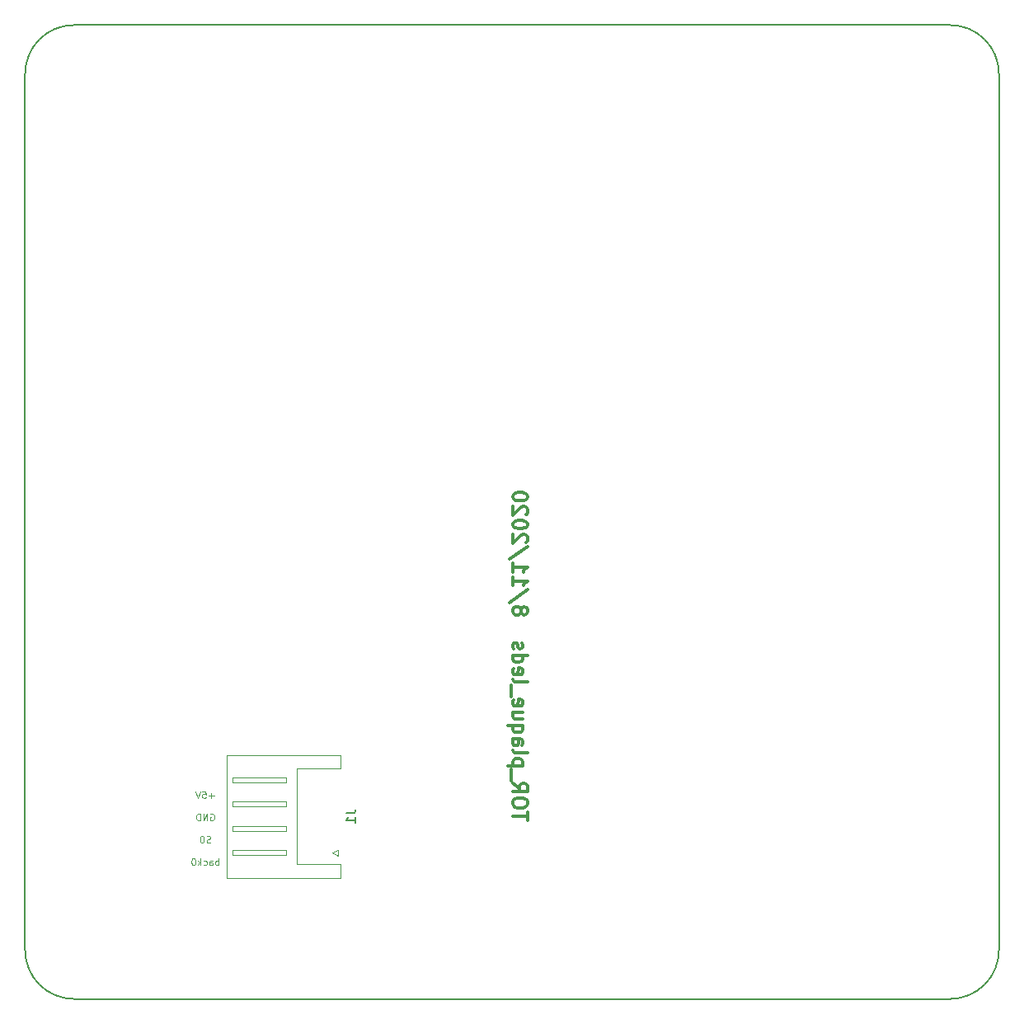
<source format=gbr>
%TF.GenerationSoftware,KiCad,Pcbnew,(5.1.6)-1*%
%TF.CreationDate,2020-12-06T00:26:17+01:00*%
%TF.ProjectId,04_La_Plaque_LEDS,30345f4c-615f-4506-9c61-7175655f4c45,rev?*%
%TF.SameCoordinates,Original*%
%TF.FileFunction,Legend,Bot*%
%TF.FilePolarity,Positive*%
%FSLAX46Y46*%
G04 Gerber Fmt 4.6, Leading zero omitted, Abs format (unit mm)*
G04 Created by KiCad (PCBNEW (5.1.6)-1) date 2020-12-06 00:26:17*
%MOMM*%
%LPD*%
G01*
G04 APERTURE LIST*
%TA.AperFunction,Profile*%
%ADD10C,0.150000*%
%TD*%
%ADD11C,0.300000*%
%ADD12C,0.100000*%
%ADD13C,0.120000*%
%ADD14C,0.150000*%
G04 APERTURE END LIST*
D10*
X195000000Y-55000000D02*
G75*
G02*
X200000000Y-60000000I0J-5000000D01*
G01*
X200000000Y-150000000D02*
G75*
G02*
X195000000Y-155000000I-5000000J0D01*
G01*
X105000000Y-155000000D02*
G75*
G02*
X100000000Y-150000000I0J5000000D01*
G01*
X100000000Y-60000000D02*
G75*
G02*
X105000000Y-55000000I5000000J0D01*
G01*
X100000000Y-150000000D02*
X100000000Y-60000000D01*
X195000000Y-155000000D02*
X105000000Y-155000000D01*
X200000000Y-60000000D02*
X200000000Y-150000000D01*
X105000000Y-55000000D02*
X195000000Y-55000000D01*
D11*
X151571428Y-136642857D02*
X151571428Y-135785714D01*
X150071428Y-136214285D02*
X151571428Y-136214285D01*
X151571428Y-135000000D02*
X151571428Y-134714285D01*
X151500000Y-134571428D01*
X151357142Y-134428571D01*
X151071428Y-134357142D01*
X150571428Y-134357142D01*
X150285714Y-134428571D01*
X150142857Y-134571428D01*
X150071428Y-134714285D01*
X150071428Y-135000000D01*
X150142857Y-135142857D01*
X150285714Y-135285714D01*
X150571428Y-135357142D01*
X151071428Y-135357142D01*
X151357142Y-135285714D01*
X151500000Y-135142857D01*
X151571428Y-135000000D01*
X150071428Y-132857142D02*
X150785714Y-133357142D01*
X150071428Y-133714285D02*
X151571428Y-133714285D01*
X151571428Y-133142857D01*
X151500000Y-133000000D01*
X151428571Y-132928571D01*
X151285714Y-132857142D01*
X151071428Y-132857142D01*
X150928571Y-132928571D01*
X150857142Y-133000000D01*
X150785714Y-133142857D01*
X150785714Y-133714285D01*
X149928571Y-132571428D02*
X149928571Y-131428571D01*
X151071428Y-131071428D02*
X149571428Y-131071428D01*
X151000000Y-131071428D02*
X151071428Y-130928571D01*
X151071428Y-130642857D01*
X151000000Y-130500000D01*
X150928571Y-130428571D01*
X150785714Y-130357142D01*
X150357142Y-130357142D01*
X150214285Y-130428571D01*
X150142857Y-130500000D01*
X150071428Y-130642857D01*
X150071428Y-130928571D01*
X150142857Y-131071428D01*
X150071428Y-129500000D02*
X150142857Y-129642857D01*
X150285714Y-129714285D01*
X151571428Y-129714285D01*
X150071428Y-128285714D02*
X150857142Y-128285714D01*
X151000000Y-128357142D01*
X151071428Y-128500000D01*
X151071428Y-128785714D01*
X151000000Y-128928571D01*
X150142857Y-128285714D02*
X150071428Y-128428571D01*
X150071428Y-128785714D01*
X150142857Y-128928571D01*
X150285714Y-129000000D01*
X150428571Y-129000000D01*
X150571428Y-128928571D01*
X150642857Y-128785714D01*
X150642857Y-128428571D01*
X150714285Y-128285714D01*
X151071428Y-126928571D02*
X149571428Y-126928571D01*
X150142857Y-126928571D02*
X150071428Y-127071428D01*
X150071428Y-127357142D01*
X150142857Y-127500000D01*
X150214285Y-127571428D01*
X150357142Y-127642857D01*
X150785714Y-127642857D01*
X150928571Y-127571428D01*
X151000000Y-127500000D01*
X151071428Y-127357142D01*
X151071428Y-127071428D01*
X151000000Y-126928571D01*
X151071428Y-125571428D02*
X150071428Y-125571428D01*
X151071428Y-126214285D02*
X150285714Y-126214285D01*
X150142857Y-126142857D01*
X150071428Y-126000000D01*
X150071428Y-125785714D01*
X150142857Y-125642857D01*
X150214285Y-125571428D01*
X150142857Y-124285714D02*
X150071428Y-124428571D01*
X150071428Y-124714285D01*
X150142857Y-124857142D01*
X150285714Y-124928571D01*
X150857142Y-124928571D01*
X151000000Y-124857142D01*
X151071428Y-124714285D01*
X151071428Y-124428571D01*
X151000000Y-124285714D01*
X150857142Y-124214285D01*
X150714285Y-124214285D01*
X150571428Y-124928571D01*
X149928571Y-123928571D02*
X149928571Y-122785714D01*
X150071428Y-122214285D02*
X150142857Y-122357142D01*
X150285714Y-122428571D01*
X151571428Y-122428571D01*
X150142857Y-121071428D02*
X150071428Y-121214285D01*
X150071428Y-121500000D01*
X150142857Y-121642857D01*
X150285714Y-121714285D01*
X150857142Y-121714285D01*
X151000000Y-121642857D01*
X151071428Y-121500000D01*
X151071428Y-121214285D01*
X151000000Y-121071428D01*
X150857142Y-121000000D01*
X150714285Y-121000000D01*
X150571428Y-121714285D01*
X150071428Y-119714285D02*
X151571428Y-119714285D01*
X150142857Y-119714285D02*
X150071428Y-119857142D01*
X150071428Y-120142857D01*
X150142857Y-120285714D01*
X150214285Y-120357142D01*
X150357142Y-120428571D01*
X150785714Y-120428571D01*
X150928571Y-120357142D01*
X151000000Y-120285714D01*
X151071428Y-120142857D01*
X151071428Y-119857142D01*
X151000000Y-119714285D01*
X150142857Y-119071428D02*
X150071428Y-118928571D01*
X150071428Y-118642857D01*
X150142857Y-118500000D01*
X150285714Y-118428571D01*
X150357142Y-118428571D01*
X150500000Y-118500000D01*
X150571428Y-118642857D01*
X150571428Y-118857142D01*
X150642857Y-119000000D01*
X150785714Y-119071428D01*
X150857142Y-119071428D01*
X151000000Y-119000000D01*
X151071428Y-118857142D01*
X151071428Y-118642857D01*
X151000000Y-118500000D01*
X150928571Y-115285714D02*
X151000000Y-115428571D01*
X151071428Y-115500000D01*
X151214285Y-115571428D01*
X151285714Y-115571428D01*
X151428571Y-115500000D01*
X151500000Y-115428571D01*
X151571428Y-115285714D01*
X151571428Y-115000000D01*
X151500000Y-114857142D01*
X151428571Y-114785714D01*
X151285714Y-114714285D01*
X151214285Y-114714285D01*
X151071428Y-114785714D01*
X151000000Y-114857142D01*
X150928571Y-115000000D01*
X150928571Y-115285714D01*
X150857142Y-115428571D01*
X150785714Y-115500000D01*
X150642857Y-115571428D01*
X150357142Y-115571428D01*
X150214285Y-115500000D01*
X150142857Y-115428571D01*
X150071428Y-115285714D01*
X150071428Y-115000000D01*
X150142857Y-114857142D01*
X150214285Y-114785714D01*
X150357142Y-114714285D01*
X150642857Y-114714285D01*
X150785714Y-114785714D01*
X150857142Y-114857142D01*
X150928571Y-115000000D01*
X151642857Y-113000000D02*
X149714285Y-114285714D01*
X150071428Y-111714285D02*
X150071428Y-112571428D01*
X150071428Y-112142857D02*
X151571428Y-112142857D01*
X151357142Y-112285714D01*
X151214285Y-112428571D01*
X151142857Y-112571428D01*
X150071428Y-110285714D02*
X150071428Y-111142857D01*
X150071428Y-110714285D02*
X151571428Y-110714285D01*
X151357142Y-110857142D01*
X151214285Y-111000000D01*
X151142857Y-111142857D01*
X151642857Y-108571428D02*
X149714285Y-109857142D01*
X151428571Y-108142857D02*
X151500000Y-108071428D01*
X151571428Y-107928571D01*
X151571428Y-107571428D01*
X151500000Y-107428571D01*
X151428571Y-107357142D01*
X151285714Y-107285714D01*
X151142857Y-107285714D01*
X150928571Y-107357142D01*
X150071428Y-108214285D01*
X150071428Y-107285714D01*
X151571428Y-106357142D02*
X151571428Y-106214285D01*
X151500000Y-106071428D01*
X151428571Y-106000000D01*
X151285714Y-105928571D01*
X151000000Y-105857142D01*
X150642857Y-105857142D01*
X150357142Y-105928571D01*
X150214285Y-106000000D01*
X150142857Y-106071428D01*
X150071428Y-106214285D01*
X150071428Y-106357142D01*
X150142857Y-106500000D01*
X150214285Y-106571428D01*
X150357142Y-106642857D01*
X150642857Y-106714285D01*
X151000000Y-106714285D01*
X151285714Y-106642857D01*
X151428571Y-106571428D01*
X151500000Y-106500000D01*
X151571428Y-106357142D01*
X151428571Y-105285714D02*
X151500000Y-105214285D01*
X151571428Y-105071428D01*
X151571428Y-104714285D01*
X151500000Y-104571428D01*
X151428571Y-104500000D01*
X151285714Y-104428571D01*
X151142857Y-104428571D01*
X150928571Y-104500000D01*
X150071428Y-105357142D01*
X150071428Y-104428571D01*
X151571428Y-103500000D02*
X151571428Y-103357142D01*
X151500000Y-103214285D01*
X151428571Y-103142857D01*
X151285714Y-103071428D01*
X151000000Y-103000000D01*
X150642857Y-103000000D01*
X150357142Y-103071428D01*
X150214285Y-103142857D01*
X150142857Y-103214285D01*
X150071428Y-103357142D01*
X150071428Y-103500000D01*
X150142857Y-103642857D01*
X150214285Y-103714285D01*
X150357142Y-103785714D01*
X150642857Y-103857142D01*
X151000000Y-103857142D01*
X151285714Y-103785714D01*
X151428571Y-103714285D01*
X151500000Y-103642857D01*
X151571428Y-103500000D01*
D12*
X119400000Y-134100000D02*
X118866666Y-134100000D01*
X119133333Y-134366666D02*
X119133333Y-133833333D01*
X118200000Y-133666666D02*
X118533333Y-133666666D01*
X118566666Y-134000000D01*
X118533333Y-133966666D01*
X118466666Y-133933333D01*
X118300000Y-133933333D01*
X118233333Y-133966666D01*
X118200000Y-134000000D01*
X118166666Y-134066666D01*
X118166666Y-134233333D01*
X118200000Y-134300000D01*
X118233333Y-134333333D01*
X118300000Y-134366666D01*
X118466666Y-134366666D01*
X118533333Y-134333333D01*
X118566666Y-134300000D01*
X117966666Y-133666666D02*
X117733333Y-134366666D01*
X117500000Y-133666666D01*
X119033333Y-136000000D02*
X119100000Y-135966666D01*
X119200000Y-135966666D01*
X119300000Y-136000000D01*
X119366666Y-136066666D01*
X119400000Y-136133333D01*
X119433333Y-136266666D01*
X119433333Y-136366666D01*
X119400000Y-136500000D01*
X119366666Y-136566666D01*
X119300000Y-136633333D01*
X119200000Y-136666666D01*
X119133333Y-136666666D01*
X119033333Y-136633333D01*
X119000000Y-136600000D01*
X119000000Y-136366666D01*
X119133333Y-136366666D01*
X118700000Y-136666666D02*
X118700000Y-135966666D01*
X118300000Y-136666666D01*
X118300000Y-135966666D01*
X117966666Y-136666666D02*
X117966666Y-135966666D01*
X117800000Y-135966666D01*
X117700000Y-136000000D01*
X117633333Y-136066666D01*
X117600000Y-136133333D01*
X117566666Y-136266666D01*
X117566666Y-136366666D01*
X117600000Y-136500000D01*
X117633333Y-136566666D01*
X117700000Y-136633333D01*
X117800000Y-136666666D01*
X117966666Y-136666666D01*
X119033333Y-138933333D02*
X118933333Y-138966666D01*
X118766666Y-138966666D01*
X118700000Y-138933333D01*
X118666666Y-138900000D01*
X118633333Y-138833333D01*
X118633333Y-138766666D01*
X118666666Y-138700000D01*
X118700000Y-138666666D01*
X118766666Y-138633333D01*
X118900000Y-138600000D01*
X118966666Y-138566666D01*
X119000000Y-138533333D01*
X119033333Y-138466666D01*
X119033333Y-138400000D01*
X119000000Y-138333333D01*
X118966666Y-138300000D01*
X118900000Y-138266666D01*
X118733333Y-138266666D01*
X118633333Y-138300000D01*
X118200000Y-138266666D02*
X118133333Y-138266666D01*
X118066666Y-138300000D01*
X118033333Y-138333333D01*
X118000000Y-138400000D01*
X117966666Y-138533333D01*
X117966666Y-138700000D01*
X118000000Y-138833333D01*
X118033333Y-138900000D01*
X118066666Y-138933333D01*
X118133333Y-138966666D01*
X118200000Y-138966666D01*
X118266666Y-138933333D01*
X118300000Y-138900000D01*
X118333333Y-138833333D01*
X118366666Y-138700000D01*
X118366666Y-138533333D01*
X118333333Y-138400000D01*
X118300000Y-138333333D01*
X118266666Y-138300000D01*
X118200000Y-138266666D01*
X119883333Y-141266666D02*
X119883333Y-140566666D01*
X119883333Y-140833333D02*
X119816666Y-140800000D01*
X119683333Y-140800000D01*
X119616666Y-140833333D01*
X119583333Y-140866666D01*
X119550000Y-140933333D01*
X119550000Y-141133333D01*
X119583333Y-141200000D01*
X119616666Y-141233333D01*
X119683333Y-141266666D01*
X119816666Y-141266666D01*
X119883333Y-141233333D01*
X118950000Y-141266666D02*
X118950000Y-140900000D01*
X118983333Y-140833333D01*
X119050000Y-140800000D01*
X119183333Y-140800000D01*
X119250000Y-140833333D01*
X118950000Y-141233333D02*
X119016666Y-141266666D01*
X119183333Y-141266666D01*
X119250000Y-141233333D01*
X119283333Y-141166666D01*
X119283333Y-141100000D01*
X119250000Y-141033333D01*
X119183333Y-141000000D01*
X119016666Y-141000000D01*
X118950000Y-140966666D01*
X118316666Y-141233333D02*
X118383333Y-141266666D01*
X118516666Y-141266666D01*
X118583333Y-141233333D01*
X118616666Y-141200000D01*
X118650000Y-141133333D01*
X118650000Y-140933333D01*
X118616666Y-140866666D01*
X118583333Y-140833333D01*
X118516666Y-140800000D01*
X118383333Y-140800000D01*
X118316666Y-140833333D01*
X118016666Y-141266666D02*
X118016666Y-140566666D01*
X117950000Y-141000000D02*
X117750000Y-141266666D01*
X117750000Y-140800000D02*
X118016666Y-141066666D01*
X117316666Y-140566666D02*
X117250000Y-140566666D01*
X117183333Y-140600000D01*
X117150000Y-140633333D01*
X117116666Y-140700000D01*
X117083333Y-140833333D01*
X117083333Y-141000000D01*
X117116666Y-141133333D01*
X117150000Y-141200000D01*
X117183333Y-141233333D01*
X117250000Y-141266666D01*
X117316666Y-141266666D01*
X117383333Y-141233333D01*
X117416666Y-141200000D01*
X117450000Y-141133333D01*
X117483333Y-141000000D01*
X117483333Y-140833333D01*
X117450000Y-140700000D01*
X117416666Y-140633333D01*
X117383333Y-140600000D01*
X117316666Y-140566666D01*
D13*
%TO.C,J1*%
X120690000Y-136250000D02*
X120690000Y-142560000D01*
X120690000Y-142560000D02*
X132410000Y-142560000D01*
X132410000Y-142560000D02*
X132410000Y-141140000D01*
X132410000Y-141140000D02*
X127910000Y-141140000D01*
X127910000Y-141140000D02*
X127910000Y-136250000D01*
X120690000Y-136250000D02*
X120690000Y-129940000D01*
X120690000Y-129940000D02*
X132410000Y-129940000D01*
X132410000Y-129940000D02*
X132410000Y-131360000D01*
X132410000Y-131360000D02*
X127910000Y-131360000D01*
X127910000Y-131360000D02*
X127910000Y-136250000D01*
X126800000Y-140250000D02*
X121300000Y-140250000D01*
X121300000Y-140250000D02*
X121300000Y-139750000D01*
X121300000Y-139750000D02*
X126800000Y-139750000D01*
X126800000Y-139750000D02*
X126800000Y-140250000D01*
X126800000Y-137750000D02*
X121300000Y-137750000D01*
X121300000Y-137750000D02*
X121300000Y-137250000D01*
X121300000Y-137250000D02*
X126800000Y-137250000D01*
X126800000Y-137250000D02*
X126800000Y-137750000D01*
X126800000Y-135250000D02*
X121300000Y-135250000D01*
X121300000Y-135250000D02*
X121300000Y-134750000D01*
X121300000Y-134750000D02*
X126800000Y-134750000D01*
X126800000Y-134750000D02*
X126800000Y-135250000D01*
X126800000Y-132750000D02*
X121300000Y-132750000D01*
X121300000Y-132750000D02*
X121300000Y-132250000D01*
X121300000Y-132250000D02*
X126800000Y-132250000D01*
X126800000Y-132250000D02*
X126800000Y-132750000D01*
X131500000Y-140000000D02*
X132100000Y-140300000D01*
X132100000Y-140300000D02*
X132100000Y-139700000D01*
X132100000Y-139700000D02*
X131500000Y-140000000D01*
%TD*%
%TO.C,J1*%
D14*
X132952380Y-135916666D02*
X133666666Y-135916666D01*
X133809523Y-135869047D01*
X133904761Y-135773809D01*
X133952380Y-135630952D01*
X133952380Y-135535714D01*
X133952380Y-136916666D02*
X133952380Y-136345238D01*
X133952380Y-136630952D02*
X132952380Y-136630952D01*
X133095238Y-136535714D01*
X133190476Y-136440476D01*
X133238095Y-136345238D01*
%TD*%
M02*

</source>
